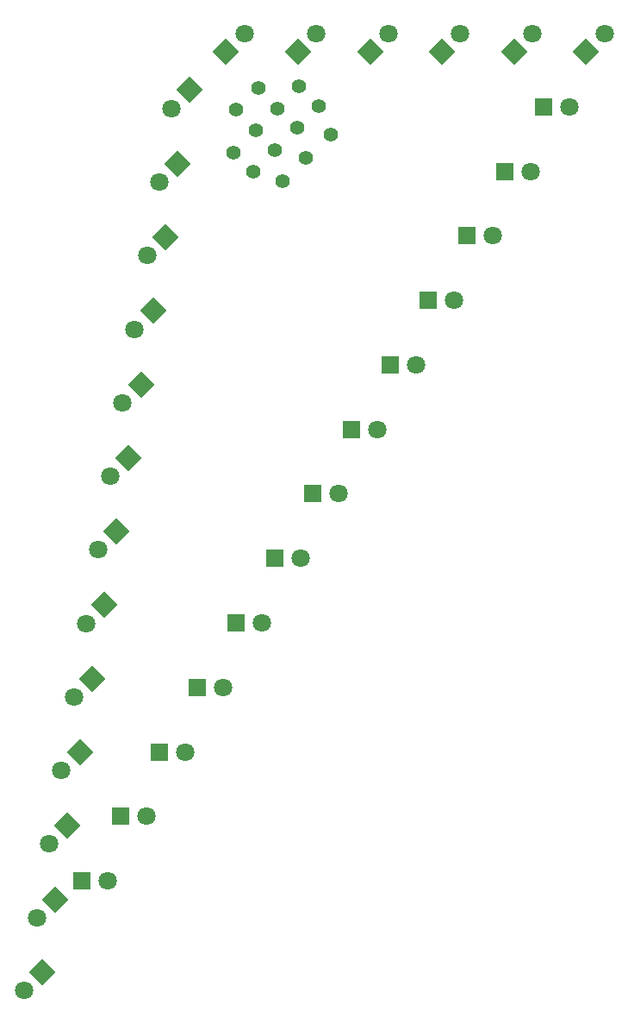
<source format=gbr>
%TF.GenerationSoftware,KiCad,Pcbnew,9.0.7*%
%TF.CreationDate,2026-02-21T03:41:41+02:00*%
%TF.ProjectId,kicad_selka_mk2,6b696361-645f-4736-956c-6b615f6d6b32,rev?*%
%TF.SameCoordinates,Original*%
%TF.FileFunction,Soldermask,Top*%
%TF.FilePolarity,Negative*%
%FSLAX46Y46*%
G04 Gerber Fmt 4.6, Leading zero omitted, Abs format (unit mm)*
G04 Created by KiCad (PCBNEW 9.0.7) date 2026-02-21 03:41:41*
%MOMM*%
%LPD*%
G01*
G04 APERTURE LIST*
G04 Aperture macros list*
%AMRotRect*
0 Rectangle, with rotation*
0 The origin of the aperture is its center*
0 $1 length*
0 $2 width*
0 $3 Rotation angle, in degrees counterclockwise*
0 Add horizontal line*
21,1,$1,$2,0,0,$3*%
G04 Aperture macros list end*
%ADD10R,1.800000X1.800000*%
%ADD11C,1.800000*%
%ADD12C,1.400000*%
%ADD13RotRect,1.800000X1.800000X45.000000*%
%ADD14RotRect,1.800000X1.800000X225.000000*%
G04 APERTURE END LIST*
D10*
%TO.C,D36*%
X152723200Y-168322000D03*
D11*
X155263200Y-168322000D03*
%TD*%
D12*
%TO.C,J20*%
X133858000Y-149606000D03*
%TD*%
D13*
%TO.C,D42*%
X154076000Y-143916400D03*
D11*
X155872051Y-142120349D03*
%TD*%
D14*
%TO.C,D25*%
X116073161Y-227108439D03*
D11*
X114277110Y-228904490D03*
%TD*%
D12*
%TO.C,J24*%
X137668000Y-153543000D03*
%TD*%
%TO.C,J12*%
X141960600Y-149275800D03*
%TD*%
D14*
%TO.C,D26*%
X114795161Y-234251639D03*
D11*
X112999110Y-236047690D03*
%TD*%
D12*
%TO.C,J2*%
X133604000Y-153797000D03*
%TD*%
D10*
%TO.C,D29*%
X126263200Y-212632000D03*
D11*
X128803200Y-212632000D03*
%TD*%
D12*
%TO.C,J6*%
X140716000Y-154305000D03*
%TD*%
D14*
%TO.C,D20*%
X122073161Y-191008439D03*
D11*
X120277110Y-192804490D03*
%TD*%
D12*
%TO.C,J26*%
X135509000Y-155702000D03*
%TD*%
D13*
%TO.C,D45*%
X132842000Y-143916400D03*
D11*
X134638051Y-142120349D03*
%TD*%
D12*
%TO.C,J14*%
X140030200Y-147345400D03*
%TD*%
D14*
%TO.C,D23*%
X118473161Y-212668439D03*
D11*
X116677110Y-214464490D03*
%TD*%
D10*
%TO.C,D37*%
X156503200Y-161992000D03*
D11*
X159043200Y-161992000D03*
%TD*%
D14*
%TO.C,D22*%
X119673161Y-205448439D03*
D11*
X117877110Y-207244490D03*
%TD*%
D10*
%TO.C,D34*%
X145163200Y-180982000D03*
D11*
X147703200Y-180982000D03*
%TD*%
D12*
%TO.C,J10*%
X136017000Y-147447000D03*
%TD*%
%TO.C,J18*%
X135763000Y-151638000D03*
%TD*%
D14*
%TO.C,D15*%
X128073161Y-154908439D03*
D11*
X126277110Y-156704490D03*
%TD*%
D12*
%TO.C,J16*%
X137922000Y-149479000D03*
%TD*%
D14*
%TO.C,D14*%
X129273161Y-147688439D03*
D11*
X127477110Y-149484490D03*
%TD*%
D13*
%TO.C,D41*%
X161154000Y-143916400D03*
D11*
X162950051Y-142120349D03*
%TD*%
D13*
%TO.C,D43*%
X146998000Y-143916400D03*
D11*
X148794051Y-142120349D03*
%TD*%
D10*
%TO.C,D33*%
X141383200Y-187312000D03*
D11*
X143923200Y-187312000D03*
%TD*%
D10*
%TO.C,D31*%
X133823200Y-199972000D03*
D11*
X136363200Y-199972000D03*
%TD*%
D10*
%TO.C,D30*%
X130043200Y-206302000D03*
D11*
X132583200Y-206302000D03*
%TD*%
D14*
%TO.C,D19*%
X123273161Y-183788439D03*
D11*
X121477110Y-185584490D03*
%TD*%
D14*
%TO.C,D16*%
X126873161Y-162128439D03*
D11*
X125077110Y-163924490D03*
%TD*%
D12*
%TO.C,J4*%
X138430000Y-156591000D03*
%TD*%
D10*
%TO.C,D27*%
X118703200Y-225292000D03*
D11*
X121243200Y-225292000D03*
%TD*%
D14*
%TO.C,D18*%
X124473161Y-176568439D03*
D11*
X122677110Y-178364490D03*
%TD*%
D13*
%TO.C,D44*%
X139920000Y-143916400D03*
D11*
X141716051Y-142120349D03*
%TD*%
D10*
%TO.C,D35*%
X148943200Y-174652000D03*
D11*
X151483200Y-174652000D03*
%TD*%
D14*
%TO.C,D24*%
X117273161Y-219888439D03*
D11*
X115477110Y-221684490D03*
%TD*%
D10*
%TO.C,D38*%
X160283200Y-155662000D03*
D11*
X162823200Y-155662000D03*
%TD*%
D13*
%TO.C,D40*%
X168232000Y-143916400D03*
D11*
X170028051Y-142120349D03*
%TD*%
D14*
%TO.C,D17*%
X125673161Y-169348439D03*
D11*
X123877110Y-171144490D03*
%TD*%
D10*
%TO.C,D28*%
X122483200Y-218962000D03*
D11*
X125023200Y-218962000D03*
%TD*%
D14*
%TO.C,D21*%
X120873161Y-198228439D03*
D11*
X119077110Y-200024490D03*
%TD*%
D12*
%TO.C,J8*%
X143129000Y-152019000D03*
%TD*%
D10*
%TO.C,D32*%
X137603200Y-193642000D03*
D11*
X140143200Y-193642000D03*
%TD*%
D12*
%TO.C,J22*%
X139827000Y-151384000D03*
%TD*%
D10*
%TO.C,D39*%
X164063200Y-149332000D03*
D11*
X166603200Y-149332000D03*
%TD*%
M02*

</source>
